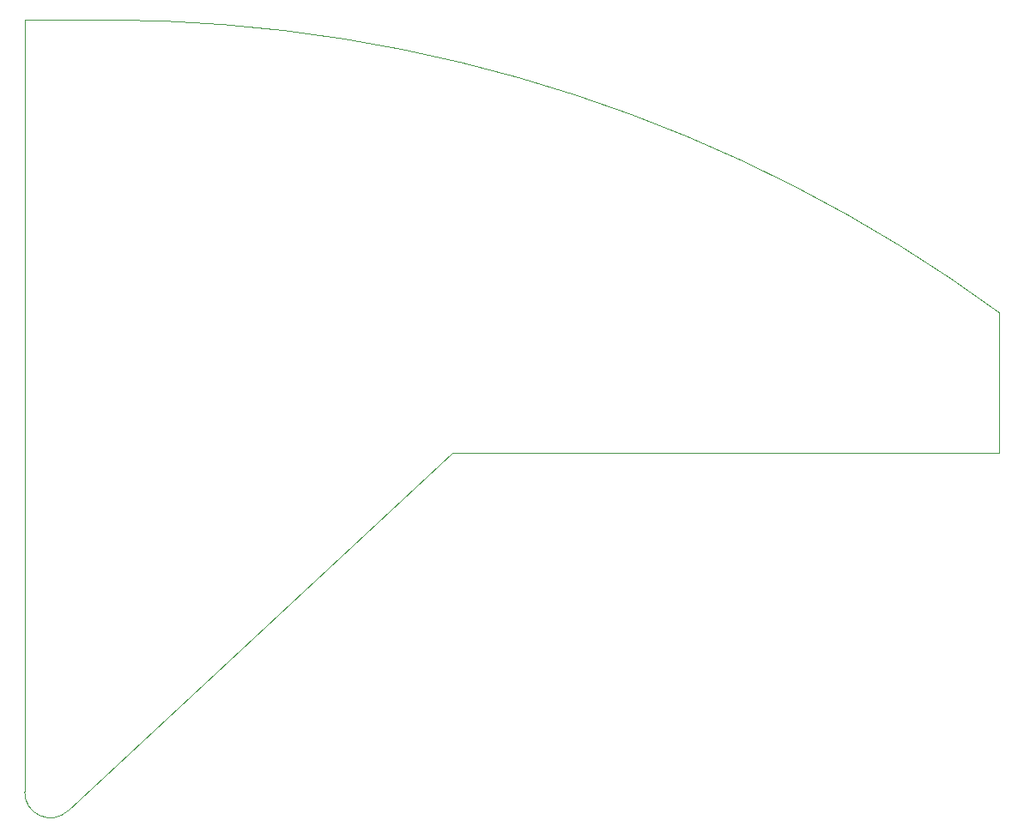
<source format=gbr>
%TF.GenerationSoftware,KiCad,Pcbnew,(5.1.9)-1*%
%TF.CreationDate,2021-09-17T08:36:41-06:00*%
%TF.ProjectId,ewi_v3,6577695f-7633-42e6-9b69-6361645f7063,rev?*%
%TF.SameCoordinates,Original*%
%TF.FileFunction,Profile,NP*%
%FSLAX46Y46*%
G04 Gerber Fmt 4.6, Leading zero omitted, Abs format (unit mm)*
G04 Created by KiCad (PCBNEW (5.1.9)-1) date 2021-09-17 08:36:41*
%MOMM*%
%LPD*%
G01*
G04 APERTURE LIST*
%TA.AperFunction,Profile*%
%ADD10C,0.050000*%
%TD*%
G04 APERTURE END LIST*
D10*
X101333299Y-57470297D02*
X109207299Y-57470297D01*
X109207299Y-57470297D02*
G75*
G02*
X197472298Y-86373269I0J-149224999D01*
G01*
X197472298Y-86373269D02*
X197472298Y-100174047D01*
X143516021Y-100174047D02*
X105606195Y-135549204D01*
X197472298Y-100174047D02*
X143516021Y-100174047D01*
X101333299Y-133692144D02*
X101333299Y-57470297D01*
X105606195Y-135549204D02*
G75*
G02*
X101333299Y-133692144I-1732896J1857060D01*
G01*
M02*

</source>
